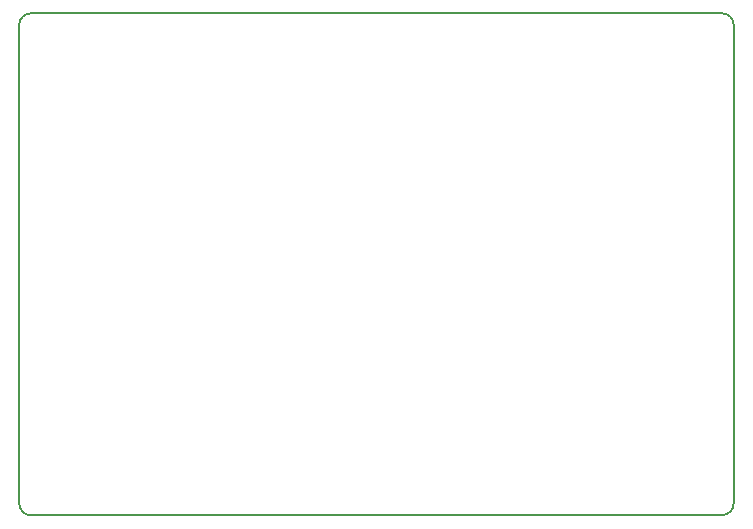
<source format=gm1>
%TF.GenerationSoftware,KiCad,Pcbnew,5.0.2+dfsg1-1*%
%TF.CreationDate,2022-04-21T18:12:01+09:00*%
%TF.ProjectId,car-psu-generic,6361722d-7073-4752-9d67-656e65726963,rev?*%
%TF.SameCoordinates,Original*%
%TF.FileFunction,Profile,NP*%
%FSLAX46Y46*%
G04 Gerber Fmt 4.6, Leading zero omitted, Abs format (unit mm)*
G04 Created by KiCad (PCBNEW 5.0.2+dfsg1-1) date Thu 21 Apr 2022 06:12:01 PM JST*
%MOMM*%
%LPD*%
G01*
G04 APERTURE LIST*
%ADD10C,0.200000*%
G04 APERTURE END LIST*
D10*
X96000000Y-87500000D02*
G75*
G02X95000000Y-86500000I0J1000000D01*
G01*
X155500000Y-86500000D02*
G75*
G02X154500000Y-87500000I-1000000J0D01*
G01*
X154500000Y-45000000D02*
G75*
G02X155500000Y-46000000I0J-1000000D01*
G01*
X95000000Y-46000000D02*
G75*
G02X96000000Y-45000000I1000000J0D01*
G01*
X95000000Y-86500000D02*
X95000000Y-46000000D01*
X154500000Y-87500000D02*
X96000000Y-87500000D01*
X155500000Y-46000000D02*
X155500000Y-86500000D01*
X96000000Y-45000000D02*
X154500000Y-45000000D01*
M02*

</source>
